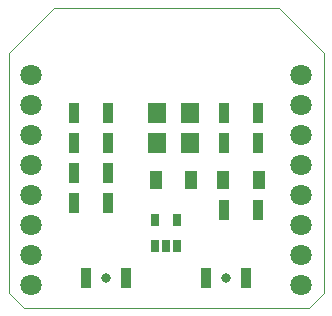
<source format=gbr>
G04 #@! TF.FileFunction,Soldermask,Top*
%FSLAX46Y46*%
G04 Gerber Fmt 4.6, Leading zero omitted, Abs format (unit mm)*
G04 Created by KiCad (PCBNEW (2016-07-11 BZR 6975, Git 98ad509)-product) date Sat Aug 13 17:34:52 2016*
%MOMM*%
%LPD*%
G01*
G04 APERTURE LIST*
%ADD10C,0.100000*%
%ADD11C,1.800000*%
%ADD12R,1.597660X1.800860*%
%ADD13R,1.000000X1.600000*%
%ADD14R,0.650000X1.060000*%
%ADD15R,0.900000X1.700000*%
%ADD16C,0.800000*%
G04 APERTURE END LIST*
D10*
X201930000Y-75565000D02*
X205740000Y-79375000D01*
X194310000Y-75565000D02*
X201930000Y-75565000D01*
X194310000Y-75565000D02*
X182880000Y-75565000D01*
X205740000Y-99695000D02*
X205740000Y-79375000D01*
X205740000Y-99695000D02*
X204470000Y-100965000D01*
X179070000Y-79375000D02*
X179070000Y-99695000D01*
X180340000Y-100965000D02*
X204470000Y-100965000D01*
X179070000Y-99695000D02*
X180340000Y-100965000D01*
X182880000Y-75565000D02*
X179070000Y-79375000D01*
D11*
X180975000Y-81280000D03*
X180975000Y-83820000D03*
X180975000Y-86360000D03*
X180975000Y-88900000D03*
X180975000Y-91440000D03*
X180975000Y-93980000D03*
X180975000Y-96520000D03*
X180975000Y-99060000D03*
X203835000Y-99060000D03*
X203835000Y-96520000D03*
X203835000Y-93980000D03*
X203835000Y-91440000D03*
X203835000Y-88900000D03*
X203835000Y-86360000D03*
X203835000Y-83820000D03*
X203835000Y-81280000D03*
D12*
X194459860Y-84455000D03*
X191620140Y-84455000D03*
X194459860Y-86995000D03*
X191620140Y-86995000D03*
D13*
X191540000Y-90170000D03*
X194540000Y-90170000D03*
X197255000Y-90170000D03*
X200255000Y-90170000D03*
D14*
X191455000Y-95715000D03*
X192405000Y-95715000D03*
X193355000Y-95715000D03*
X193355000Y-93515000D03*
X191455000Y-93515000D03*
D15*
X187505000Y-84455000D03*
X184605000Y-84455000D03*
X184605000Y-86995000D03*
X187505000Y-86995000D03*
X184605000Y-89535000D03*
X187505000Y-89535000D03*
X184605000Y-92075000D03*
X187505000Y-92075000D03*
X197305000Y-92710000D03*
X200205000Y-92710000D03*
X197305000Y-84455000D03*
X200205000Y-84455000D03*
X197305000Y-86995000D03*
X200205000Y-86995000D03*
X199185000Y-98425000D03*
X195785000Y-98425000D03*
D16*
X197485000Y-98425000D03*
D15*
X185625000Y-98425000D03*
X189025000Y-98425000D03*
D16*
X187325000Y-98425000D03*
M02*

</source>
